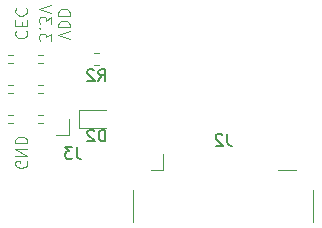
<source format=gbr>
%TF.GenerationSoftware,KiCad,Pcbnew,9.0.6*%
%TF.CreationDate,2025-12-18T20:09:52-08:00*%
%TF.ProjectId,hdmi,68646d69-2e6b-4696-9361-645f70636258,rev?*%
%TF.SameCoordinates,Original*%
%TF.FileFunction,Legend,Bot*%
%TF.FilePolarity,Positive*%
%FSLAX46Y46*%
G04 Gerber Fmt 4.6, Leading zero omitted, Abs format (unit mm)*
G04 Created by KiCad (PCBNEW 9.0.6) date 2025-12-18 20:09:52*
%MOMM*%
%LPD*%
G01*
G04 APERTURE LIST*
%ADD10C,0.100000*%
%ADD11C,0.150000*%
%ADD12C,0.120000*%
G04 APERTURE END LIST*
D10*
X117579961Y-96172306D02*
X117627580Y-96267544D01*
X117627580Y-96267544D02*
X117627580Y-96410401D01*
X117627580Y-96410401D02*
X117579961Y-96553258D01*
X117579961Y-96553258D02*
X117484723Y-96648496D01*
X117484723Y-96648496D02*
X117389485Y-96696115D01*
X117389485Y-96696115D02*
X117199009Y-96743734D01*
X117199009Y-96743734D02*
X117056152Y-96743734D01*
X117056152Y-96743734D02*
X116865676Y-96696115D01*
X116865676Y-96696115D02*
X116770438Y-96648496D01*
X116770438Y-96648496D02*
X116675200Y-96553258D01*
X116675200Y-96553258D02*
X116627580Y-96410401D01*
X116627580Y-96410401D02*
X116627580Y-96315163D01*
X116627580Y-96315163D02*
X116675200Y-96172306D01*
X116675200Y-96172306D02*
X116722819Y-96124687D01*
X116722819Y-96124687D02*
X117056152Y-96124687D01*
X117056152Y-96124687D02*
X117056152Y-96315163D01*
X116627580Y-95696115D02*
X117627580Y-95696115D01*
X117627580Y-95696115D02*
X116627580Y-95124687D01*
X116627580Y-95124687D02*
X117627580Y-95124687D01*
X116627580Y-94648496D02*
X117627580Y-94648496D01*
X117627580Y-94648496D02*
X117627580Y-94410401D01*
X117627580Y-94410401D02*
X117579961Y-94267544D01*
X117579961Y-94267544D02*
X117484723Y-94172306D01*
X117484723Y-94172306D02*
X117389485Y-94124687D01*
X117389485Y-94124687D02*
X117199009Y-94077068D01*
X117199009Y-94077068D02*
X117056152Y-94077068D01*
X117056152Y-94077068D02*
X116865676Y-94124687D01*
X116865676Y-94124687D02*
X116770438Y-94172306D01*
X116770438Y-94172306D02*
X116675200Y-94267544D01*
X116675200Y-94267544D02*
X116627580Y-94410401D01*
X116627580Y-94410401D02*
X116627580Y-94648496D01*
X121237524Y-85833332D02*
X120237524Y-85499999D01*
X120237524Y-85499999D02*
X121237524Y-85166666D01*
X120237524Y-84833332D02*
X121237524Y-84833332D01*
X121237524Y-84833332D02*
X121237524Y-84595237D01*
X121237524Y-84595237D02*
X121189905Y-84452380D01*
X121189905Y-84452380D02*
X121094667Y-84357142D01*
X121094667Y-84357142D02*
X120999429Y-84309523D01*
X120999429Y-84309523D02*
X120808953Y-84261904D01*
X120808953Y-84261904D02*
X120666096Y-84261904D01*
X120666096Y-84261904D02*
X120475620Y-84309523D01*
X120475620Y-84309523D02*
X120380382Y-84357142D01*
X120380382Y-84357142D02*
X120285144Y-84452380D01*
X120285144Y-84452380D02*
X120237524Y-84595237D01*
X120237524Y-84595237D02*
X120237524Y-84833332D01*
X120237524Y-83833332D02*
X121237524Y-83833332D01*
X121237524Y-83833332D02*
X121237524Y-83595237D01*
X121237524Y-83595237D02*
X121189905Y-83452380D01*
X121189905Y-83452380D02*
X121094667Y-83357142D01*
X121094667Y-83357142D02*
X120999429Y-83309523D01*
X120999429Y-83309523D02*
X120808953Y-83261904D01*
X120808953Y-83261904D02*
X120666096Y-83261904D01*
X120666096Y-83261904D02*
X120475620Y-83309523D01*
X120475620Y-83309523D02*
X120380382Y-83357142D01*
X120380382Y-83357142D02*
X120285144Y-83452380D01*
X120285144Y-83452380D02*
X120237524Y-83595237D01*
X120237524Y-83595237D02*
X120237524Y-83833332D01*
X119627580Y-85976189D02*
X119627580Y-85357142D01*
X119627580Y-85357142D02*
X119246628Y-85690475D01*
X119246628Y-85690475D02*
X119246628Y-85547618D01*
X119246628Y-85547618D02*
X119199009Y-85452380D01*
X119199009Y-85452380D02*
X119151390Y-85404761D01*
X119151390Y-85404761D02*
X119056152Y-85357142D01*
X119056152Y-85357142D02*
X118818057Y-85357142D01*
X118818057Y-85357142D02*
X118722819Y-85404761D01*
X118722819Y-85404761D02*
X118675200Y-85452380D01*
X118675200Y-85452380D02*
X118627580Y-85547618D01*
X118627580Y-85547618D02*
X118627580Y-85833332D01*
X118627580Y-85833332D02*
X118675200Y-85928570D01*
X118675200Y-85928570D02*
X118722819Y-85976189D01*
X118722819Y-84928570D02*
X118675200Y-84880951D01*
X118675200Y-84880951D02*
X118627580Y-84928570D01*
X118627580Y-84928570D02*
X118675200Y-84976189D01*
X118675200Y-84976189D02*
X118722819Y-84928570D01*
X118722819Y-84928570D02*
X118627580Y-84928570D01*
X119627580Y-84547618D02*
X119627580Y-83928571D01*
X119627580Y-83928571D02*
X119246628Y-84261904D01*
X119246628Y-84261904D02*
X119246628Y-84119047D01*
X119246628Y-84119047D02*
X119199009Y-84023809D01*
X119199009Y-84023809D02*
X119151390Y-83976190D01*
X119151390Y-83976190D02*
X119056152Y-83928571D01*
X119056152Y-83928571D02*
X118818057Y-83928571D01*
X118818057Y-83928571D02*
X118722819Y-83976190D01*
X118722819Y-83976190D02*
X118675200Y-84023809D01*
X118675200Y-84023809D02*
X118627580Y-84119047D01*
X118627580Y-84119047D02*
X118627580Y-84404761D01*
X118627580Y-84404761D02*
X118675200Y-84499999D01*
X118675200Y-84499999D02*
X118722819Y-84547618D01*
X119627580Y-83642856D02*
X118627580Y-83309523D01*
X118627580Y-83309523D02*
X119627580Y-82976190D01*
X116722819Y-85124687D02*
X116675200Y-85172306D01*
X116675200Y-85172306D02*
X116627580Y-85315163D01*
X116627580Y-85315163D02*
X116627580Y-85410401D01*
X116627580Y-85410401D02*
X116675200Y-85553258D01*
X116675200Y-85553258D02*
X116770438Y-85648496D01*
X116770438Y-85648496D02*
X116865676Y-85696115D01*
X116865676Y-85696115D02*
X117056152Y-85743734D01*
X117056152Y-85743734D02*
X117199009Y-85743734D01*
X117199009Y-85743734D02*
X117389485Y-85696115D01*
X117389485Y-85696115D02*
X117484723Y-85648496D01*
X117484723Y-85648496D02*
X117579961Y-85553258D01*
X117579961Y-85553258D02*
X117627580Y-85410401D01*
X117627580Y-85410401D02*
X117627580Y-85315163D01*
X117627580Y-85315163D02*
X117579961Y-85172306D01*
X117579961Y-85172306D02*
X117532342Y-85124687D01*
X117151390Y-84696115D02*
X117151390Y-84362782D01*
X116627580Y-84219925D02*
X116627580Y-84696115D01*
X116627580Y-84696115D02*
X117627580Y-84696115D01*
X117627580Y-84696115D02*
X117627580Y-84219925D01*
X116722819Y-83219925D02*
X116675200Y-83267544D01*
X116675200Y-83267544D02*
X116627580Y-83410401D01*
X116627580Y-83410401D02*
X116627580Y-83505639D01*
X116627580Y-83505639D02*
X116675200Y-83648496D01*
X116675200Y-83648496D02*
X116770438Y-83743734D01*
X116770438Y-83743734D02*
X116865676Y-83791353D01*
X116865676Y-83791353D02*
X117056152Y-83838972D01*
X117056152Y-83838972D02*
X117199009Y-83838972D01*
X117199009Y-83838972D02*
X117389485Y-83791353D01*
X117389485Y-83791353D02*
X117484723Y-83743734D01*
X117484723Y-83743734D02*
X117579961Y-83648496D01*
X117579961Y-83648496D02*
X117627580Y-83505639D01*
X117627580Y-83505639D02*
X117627580Y-83410401D01*
X117627580Y-83410401D02*
X117579961Y-83267544D01*
X117579961Y-83267544D02*
X117532342Y-83219925D01*
D11*
X124258094Y-94484819D02*
X124258094Y-93484819D01*
X124258094Y-93484819D02*
X124019999Y-93484819D01*
X124019999Y-93484819D02*
X123877142Y-93532438D01*
X123877142Y-93532438D02*
X123781904Y-93627676D01*
X123781904Y-93627676D02*
X123734285Y-93722914D01*
X123734285Y-93722914D02*
X123686666Y-93913390D01*
X123686666Y-93913390D02*
X123686666Y-94056247D01*
X123686666Y-94056247D02*
X123734285Y-94246723D01*
X123734285Y-94246723D02*
X123781904Y-94341961D01*
X123781904Y-94341961D02*
X123877142Y-94437200D01*
X123877142Y-94437200D02*
X124019999Y-94484819D01*
X124019999Y-94484819D02*
X124258094Y-94484819D01*
X123305713Y-93580057D02*
X123258094Y-93532438D01*
X123258094Y-93532438D02*
X123162856Y-93484819D01*
X123162856Y-93484819D02*
X122924761Y-93484819D01*
X122924761Y-93484819D02*
X122829523Y-93532438D01*
X122829523Y-93532438D02*
X122781904Y-93580057D01*
X122781904Y-93580057D02*
X122734285Y-93675295D01*
X122734285Y-93675295D02*
X122734285Y-93770533D01*
X122734285Y-93770533D02*
X122781904Y-93913390D01*
X122781904Y-93913390D02*
X123353332Y-94484819D01*
X123353332Y-94484819D02*
X122734285Y-94484819D01*
X121833333Y-94954819D02*
X121833333Y-95669104D01*
X121833333Y-95669104D02*
X121880952Y-95811961D01*
X121880952Y-95811961D02*
X121976190Y-95907200D01*
X121976190Y-95907200D02*
X122119047Y-95954819D01*
X122119047Y-95954819D02*
X122214285Y-95954819D01*
X121452380Y-94954819D02*
X120833333Y-94954819D01*
X120833333Y-94954819D02*
X121166666Y-95335771D01*
X121166666Y-95335771D02*
X121023809Y-95335771D01*
X121023809Y-95335771D02*
X120928571Y-95383390D01*
X120928571Y-95383390D02*
X120880952Y-95431009D01*
X120880952Y-95431009D02*
X120833333Y-95526247D01*
X120833333Y-95526247D02*
X120833333Y-95764342D01*
X120833333Y-95764342D02*
X120880952Y-95859580D01*
X120880952Y-95859580D02*
X120928571Y-95907200D01*
X120928571Y-95907200D02*
X121023809Y-95954819D01*
X121023809Y-95954819D02*
X121309523Y-95954819D01*
X121309523Y-95954819D02*
X121404761Y-95907200D01*
X121404761Y-95907200D02*
X121452380Y-95859580D01*
X123666666Y-89384819D02*
X123999999Y-88908628D01*
X124238094Y-89384819D02*
X124238094Y-88384819D01*
X124238094Y-88384819D02*
X123857142Y-88384819D01*
X123857142Y-88384819D02*
X123761904Y-88432438D01*
X123761904Y-88432438D02*
X123714285Y-88480057D01*
X123714285Y-88480057D02*
X123666666Y-88575295D01*
X123666666Y-88575295D02*
X123666666Y-88718152D01*
X123666666Y-88718152D02*
X123714285Y-88813390D01*
X123714285Y-88813390D02*
X123761904Y-88861009D01*
X123761904Y-88861009D02*
X123857142Y-88908628D01*
X123857142Y-88908628D02*
X124238094Y-88908628D01*
X123285713Y-88480057D02*
X123238094Y-88432438D01*
X123238094Y-88432438D02*
X123142856Y-88384819D01*
X123142856Y-88384819D02*
X122904761Y-88384819D01*
X122904761Y-88384819D02*
X122809523Y-88432438D01*
X122809523Y-88432438D02*
X122761904Y-88480057D01*
X122761904Y-88480057D02*
X122714285Y-88575295D01*
X122714285Y-88575295D02*
X122714285Y-88670533D01*
X122714285Y-88670533D02*
X122761904Y-88813390D01*
X122761904Y-88813390D02*
X123333332Y-89384819D01*
X123333332Y-89384819D02*
X122714285Y-89384819D01*
X134583333Y-93854819D02*
X134583333Y-94569104D01*
X134583333Y-94569104D02*
X134630952Y-94711961D01*
X134630952Y-94711961D02*
X134726190Y-94807200D01*
X134726190Y-94807200D02*
X134869047Y-94854819D01*
X134869047Y-94854819D02*
X134964285Y-94854819D01*
X134154761Y-93950057D02*
X134107142Y-93902438D01*
X134107142Y-93902438D02*
X134011904Y-93854819D01*
X134011904Y-93854819D02*
X133773809Y-93854819D01*
X133773809Y-93854819D02*
X133678571Y-93902438D01*
X133678571Y-93902438D02*
X133630952Y-93950057D01*
X133630952Y-93950057D02*
X133583333Y-94045295D01*
X133583333Y-94045295D02*
X133583333Y-94140533D01*
X133583333Y-94140533D02*
X133630952Y-94283390D01*
X133630952Y-94283390D02*
X134202380Y-94854819D01*
X134202380Y-94854819D02*
X133583333Y-94854819D01*
D12*
%TO.C,D2*%
X122035000Y-91865000D02*
X122035000Y-93335000D01*
X122035000Y-93335000D02*
X124320000Y-93335000D01*
X124320000Y-91865000D02*
X122035000Y-91865000D01*
%TO.C,J3*%
X116040000Y-87140000D02*
X116450000Y-87140000D01*
X116040000Y-87860000D02*
X116450000Y-87860000D01*
X116040000Y-89680000D02*
X116450000Y-89680000D01*
X116040000Y-90400000D02*
X116450000Y-90400000D01*
X116040000Y-92220000D02*
X116450000Y-92220000D01*
X116040000Y-92940000D02*
X116450000Y-92940000D01*
X118550000Y-87140000D02*
X118990000Y-87140000D01*
X118550000Y-87860000D02*
X118990000Y-87860000D01*
X118550000Y-89680000D02*
X118990000Y-89680000D01*
X118550000Y-90400000D02*
X118990000Y-90400000D01*
X118550000Y-92220000D02*
X118930000Y-92220000D01*
X118550000Y-92940000D02*
X118930000Y-92940000D01*
X120040000Y-93910000D02*
X121150000Y-93910000D01*
X121150000Y-93910000D02*
X121150000Y-92580000D01*
%TO.C,R2*%
X123737258Y-86977500D02*
X123262742Y-86977500D01*
X123737258Y-88022500D02*
X123262742Y-88022500D01*
%TO.C,J2*%
X126630000Y-101300000D02*
X126630000Y-98600000D01*
X128100000Y-96880000D02*
X129150000Y-96880000D01*
X129150000Y-96880000D02*
X129150000Y-95550000D01*
X138850000Y-96880000D02*
X140400000Y-96880000D01*
X141870000Y-98600000D02*
X141870000Y-101300000D01*
%TD*%
M02*

</source>
